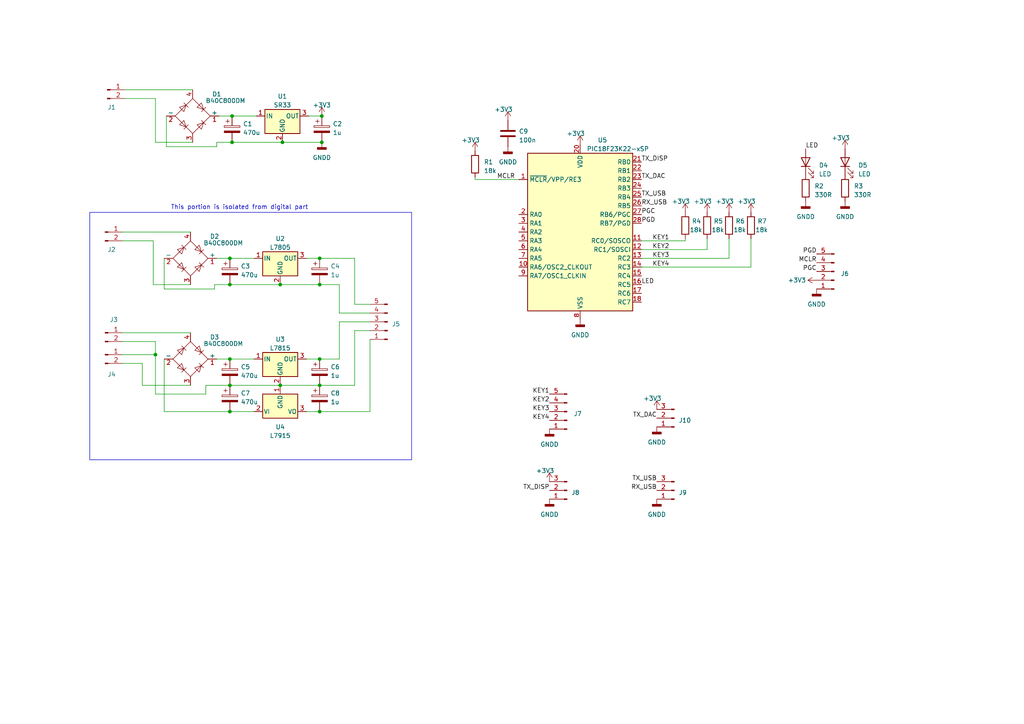
<source format=kicad_sch>
(kicad_sch (version 20230121) (generator eeschema)
  (paper "A4")
  (lib_symbols
    (symbol "Connector:Conn_01x02_Pin" (pin_names (offset 1.016) hide)
      (property "Reference" "J" (at 0 2.54 0))
      (property "Value" "Conn_01x02_Pin" (at 0 -5.08 0))
      (symbol "Conn_01x02_Pin_1_1"
        (polyline (pts (xy 1.27 -2.54) (xy 0.8636 -2.54)) (stroke (width 0.1524)))
        (polyline (pts (xy 1.27 0) (xy 0.8636 0)) (stroke (width 0.1524)))
        (rectangle (start 0.8636 -2.413) (end 0 -2.667) (stroke (width 0.1524)) (fill (type outline)))
        (rectangle (start 0.8636 0.127) (end 0 -0.127) (stroke (width 0.1524)) (fill (type outline)))
        (pin passive line (at 5.08 0 180) (length 3.81) (name "Pin_1") (number "1"))
        (pin passive line (at 5.08 -2.54 180) (length 3.81) (name "Pin_2") (number "2"))
      )
    )
    (symbol "Connector:Conn_01x03_Pin" (pin_names (offset 1.016) hide)
      (property "Reference" "J" (at 0 5.08 0))
      (property "Value" "Conn_01x03_Pin" (at 0 -5.08 0))
      (symbol "Conn_01x03_Pin_1_1"
        (polyline (pts (xy 1.27 -2.54) (xy 0.8636 -2.54)) (stroke (width 0.1524)))
        (polyline (pts (xy 1.27 0) (xy 0.8636 0)) (stroke (width 0.1524)))
        (polyline (pts (xy 1.27 2.54) (xy 0.8636 2.54)) (stroke (width 0.1524)))
        (rectangle (start 0.8636 -2.413) (end 0 -2.667) (stroke (width 0.1524)) (fill (type outline)))
        (rectangle (start 0.8636 0.127) (end 0 -0.127) (stroke (width 0.1524)) (fill (type outline)))
        (rectangle (start 0.8636 2.667) (end 0 2.413) (stroke (width 0.1524)) (fill (type outline)))
        (pin passive line (at 5.08 2.54 180) (length 3.81) (name "Pin_1") (number "1"))
        (pin passive line (at 5.08 0 180) (length 3.81) (name "Pin_2") (number "2"))
        (pin passive line (at 5.08 -2.54 180) (length 3.81) (name "Pin_3") (number "3"))
      )
    )
    (symbol "Connector:Conn_01x05_Pin" (pin_names (offset 1.016) hide)
      (property "Reference" "J" (at 0 7.62 0))
      (property "Value" "Conn_01x05_Pin" (at 0 -7.62 0))
      (symbol "Conn_01x05_Pin_1_1"
        (polyline (pts (xy 1.27 -5.08) (xy 0.8636 -5.08)) (stroke (width 0.1524)))
        (polyline (pts (xy 1.27 -2.54) (xy 0.8636 -2.54)) (stroke (width 0.1524)))
        (polyline (pts (xy 1.27 0) (xy 0.8636 0)) (stroke (width 0.1524)))
        (polyline (pts (xy 1.27 2.54) (xy 0.8636 2.54)) (stroke (width 0.1524)))
        (polyline (pts (xy 1.27 5.08) (xy 0.8636 5.08)) (stroke (width 0.1524)))
        (rectangle (start 0.8636 -4.953) (end 0 -5.207) (stroke (width 0.1524)) (fill (type outline)))
        (rectangle (start 0.8636 -2.413) (end 0 -2.667) (stroke (width 0.1524)) (fill (type outline)))
        (rectangle (start 0.8636 0.127) (end 0 -0.127) (stroke (width 0.1524)) (fill (type outline)))
        (rectangle (start 0.8636 2.667) (end 0 2.413) (stroke (width 0.1524)) (fill (type outline)))
        (rectangle (start 0.8636 5.207) (end 0 4.953) (stroke (width 0.1524)) (fill (type outline)))
        (pin passive line (at 5.08 5.08 180) (length 3.81) (name "Pin_1") (number "1"))
        (pin passive line (at 5.08 2.54 180) (length 3.81) (name "Pin_2") (number "2"))
        (pin passive line (at 5.08 0 180) (length 3.81) (name "Pin_3") (number "3"))
        (pin passive line (at 5.08 -2.54 180) (length 3.81) (name "Pin_4") (number "4"))
        (pin passive line (at 5.08 -5.08 180) (length 3.81) (name "Pin_5") (number "5"))
      )
    )
    (symbol "Device:C" (pin_numbers hide) (pin_names (offset 0.254))
      (property "Reference" "C" (at 0.635 2.54 0))
      (property "Value" "C" (at 0.635 -2.54 0))
      (symbol "C_0_1"
        (polyline (pts (xy -2.032 -0.762) (xy 2.032 -0.762)) (stroke (width 0.508)))
        (polyline (pts (xy -2.032 0.762) (xy 2.032 0.762)) (stroke (width 0.508)))
      )
      (symbol "C_1_1"
        (pin passive line (at 0 3.81 270) (length 2.794) (name "~") (number "1"))
        (pin passive line (at 0 -3.81 90) (length 2.794) (name "~") (number "2"))
      )
    )
    (symbol "Device:C_Polarized" (pin_numbers hide) (pin_names (offset 0.254))
      (property "Reference" "C" (at 0.635 2.54 0))
      (property "Value" "C_Polarized" (at 0.635 -2.54 0))
      (symbol "C_Polarized_0_1"
        (rectangle (start -2.286 0.508) (end 2.286 1.016))
        (polyline (pts (xy -1.778 2.286) (xy -0.762 2.286)))
        (polyline (pts (xy -1.27 2.794) (xy -1.27 1.778)))
        (rectangle (start 2.286 -0.508) (end -2.286 -1.016) (fill (type outline)))
      )
      (symbol "C_Polarized_1_1"
        (pin passive line (at 0 3.81 270) (length 2.794) (name "~") (number "1"))
        (pin passive line (at 0 -3.81 90) (length 2.794) (name "~") (number "2"))
      )
    )
    (symbol "Device:LED" (pin_numbers hide) (pin_names (offset 1.016) hide)
      (property "Reference" "D" (at 0 2.54 0))
      (property "Value" "LED" (at 0 -2.54 0))
      (symbol "LED_0_1"
        (polyline (pts (xy -1.27 -1.27) (xy -1.27 1.27)) (stroke (width 0.254)))
        (polyline (pts (xy -1.27 0) (xy 1.27 0)))
        (polyline (pts (xy 1.27 -1.27) (xy 1.27 1.27) (xy -1.27 0) (xy 1.27 -1.27)) (stroke (width 0.254)))
        (polyline (pts (xy -3.048 -0.762) (xy -4.572 -2.286) (xy -3.81 -2.286) (xy -4.572 -2.286) (xy -4.572 -1.524)))
        (polyline (pts (xy -1.778 -0.762) (xy -3.302 -2.286) (xy -2.54 -2.286) (xy -3.302 -2.286) (xy -3.302 -1.524)))
      )
      (symbol "LED_1_1"
        (pin passive line (at -3.81 0 0) (length 2.54) (name "K") (number "1"))
        (pin passive line (at 3.81 0 180) (length 2.54) (name "A") (number "2"))
      )
    )
    (symbol "Device:R" (pin_numbers hide) (pin_names (offset 0))
      (property "Reference" "R" (at 2.032 0 90))
      (property "Value" "R" (at 0 0 90))
      (symbol "R_0_1"
        (rectangle (start -1.016 -2.54) (end 1.016 2.54) (stroke (width 0.254)))
      )
      (symbol "R_1_1"
        (pin passive line (at 0 3.81 270) (length 1.27) (name "~") (number "1"))
        (pin passive line (at 0 -3.81 90) (length 1.27) (name "~") (number "2"))
      )
    )
    (symbol "Diode_Bridge:B40C800DM" (pin_names (offset 0))
      (property "Reference" "D" (at 2.54 6.985 0))
      (property "Value" "B40C800DM" (at 2.54 5.08 0))
      (symbol "B40C800DM_0_1"
        (polyline (pts (xy -2.54 3.81) (xy -1.27 2.54)))
        (polyline (pts (xy -1.27 -2.54) (xy -2.54 -3.81)))
        (polyline (pts (xy 2.54 -1.27) (xy 3.81 -2.54)))
        (polyline (pts (xy 2.54 1.27) (xy 3.81 2.54)))
        (polyline (pts (xy -3.81 2.54) (xy -2.54 1.27) (xy -1.905 3.175) (xy -3.81 2.54)))
        (polyline (pts (xy -2.54 -1.27) (xy -3.81 -2.54) (xy -1.905 -3.175) (xy -2.54 -1.27)))
        (polyline (pts (xy 1.27 2.54) (xy 2.54 3.81) (xy 3.175 1.905) (xy 1.27 2.54)))
        (polyline (pts (xy 3.175 -1.905) (xy 1.27 -2.54) (xy 2.54 -3.81) (xy 3.175 -1.905)))
        (polyline (pts (xy -5.08 0) (xy 0 -5.08) (xy 5.08 0) (xy 0 5.08) (xy -5.08 0)))
      )
      (symbol "B40C800DM_1_1"
        (pin passive line (at 7.62 0 180) (length 2.54) (name "+") (number "1"))
        (pin passive line (at -7.62 0 0) (length 2.54) (name "-") (number "2"))
        (pin passive line (at 0 -7.62 90) (length 2.54) (name "~") (number "3"))
        (pin passive line (at 0 7.62 270) (length 2.54) (name "~") (number "4"))
      )
    )
    (symbol "MCU_Microchip_PIC18:PIC18F23K22-xSP"
      (property "Reference" "U" (at -12.7 25.4 0))
      (property "Value" "PIC18F23K22-xSP" (at 12.7 25.4 0))
      (symbol "PIC18F23K22-xSP_1_1"
        (rectangle (start -15.24 22.86) (end 15.24 -22.86) (stroke (width 0.254)) (fill (type background)))
        (pin input line (at -17.78 15.24 0) (length 2.54) (name "~{MCLR}/VPP/RE3") (number "1"))
        (pin bidirectional line (at -17.78 -10.16 0) (length 2.54) (name "RA6/OSC2_CLKOUT") (number "10"))
        (pin bidirectional line (at 17.78 -2.54 180) (length 2.54) (name "RC0/SOSCO") (number "11"))
        (pin bidirectional line (at 17.78 -5.08 180) (length 2.54) (name "RC1/SOSCI") (number "12"))
        (pin bidirectional line (at 17.78 -7.62 180) (length 2.54) (name "RC2") (number "13"))
        (pin bidirectional line (at 17.78 -10.16 180) (length 2.54) (name "RC3") (number "14"))
        (pin bidirectional line (at 17.78 -12.7 180) (length 2.54) (name "RC4") (number "15"))
        (pin bidirectional line (at 17.78 -15.24 180) (length 2.54) (name "RC5") (number "16"))
        (pin bidirectional line (at 17.78 -17.78 180) (length 2.54) (name "RC6") (number "17"))
        (pin bidirectional line (at 17.78 -20.32 180) (length 2.54) (name "RC7") (number "18"))
        (pin passive line (at 0 -25.4 90) (length 2.54) hide (name "VSS") (number "19"))
        (pin bidirectional line (at -17.78 5.08 0) (length 2.54) (name "RA0") (number "2"))
        (pin power_in line (at 0 25.4 270) (length 2.54) (name "VDD") (number "20"))
        (pin bidirectional line (at 17.78 20.32 180) (length 2.54) (name "RB0") (number "21"))
        (pin bidirectional line (at 17.78 17.78 180) (length 2.54) (name "RB1") (number "22"))
        (pin bidirectional line (at 17.78 15.24 180) (length 2.54) (name "RB2") (number "23"))
        (pin bidirectional line (at 17.78 12.7 180) (length 2.54) (name "RB3") (number "24"))
        (pin bidirectional line (at 17.78 10.16 180) (length 2.54) (name "RB4") (number "25"))
        (pin bidirectional line (at 17.78 7.62 180) (length 2.54) (name "RB5") (number "26"))
        (pin bidirectional line (at 17.78 5.08 180) (length 2.54) (name "RB6/PGC") (number "27"))
        (pin bidirectional line (at 17.78 2.54 180) (length 2.54) (name "RB7/PGD") (number "28"))
        (pin bidirectional line (at -17.78 2.54 0) (length 2.54) (name "RA1") (number "3"))
        (pin bidirectional line (at -17.78 0 0) (length 2.54) (name "RA2") (number "4"))
        (pin bidirectional line (at -17.78 -2.54 0) (length 2.54) (name "RA3") (number "5"))
        (pin bidirectional line (at -17.78 -5.08 0) (length 2.54) (name "RA4") (number "6"))
        (pin bidirectional line (at -17.78 -7.62 0) (length 2.54) (name "RA5") (number "7"))
        (pin power_in line (at 0 -25.4 90) (length 2.54) (name "VSS") (number "8"))
        (pin bidirectional line (at -17.78 -12.7 0) (length 2.54) (name "RA7/OSC1_CLKIN") (number "9"))
      )
    )
    (symbol "Regulator_Linear:L7805" (pin_names (offset 0.254))
      (property "Reference" "U" (at -3.81 3.175 0))
      (property "Value" "L7805" (at 0 3.175 0))
      (symbol "L7805_0_1"
        (rectangle (start -5.08 1.905) (end 5.08 -5.08) (stroke (width 0.254)) (fill (type background)))
      )
      (symbol "L7805_1_1"
        (pin power_in line (at -7.62 0 0) (length 2.54) (name "IN") (number "1"))
        (pin power_in line (at 0 -7.62 90) (length 2.54) (name "GND") (number "2"))
        (pin power_out line (at 7.62 0 180) (length 2.54) (name "OUT") (number "3"))
      )
    )
    (symbol "Regulator_Linear:L7915" (pin_names (offset 0.254))
      (property "Reference" "U" (at -3.81 -3.175 0))
      (property "Value" "L7915" (at 0 -3.175 0))
      (symbol "L7915_0_1"
        (rectangle (start -5.08 5.08) (end 5.08 -1.905) (stroke (width 0.254)) (fill (type background)))
      )
      (symbol "L7915_1_1"
        (pin power_in line (at 0 7.62 270) (length 2.54) (name "GND") (number "1"))
        (pin power_in line (at -7.62 0 0) (length 2.54) (name "VI") (number "2"))
        (pin power_out line (at 7.62 0 180) (length 2.54) (name "VO") (number "3"))
      )
    )
    (symbol "power:+3V3" (power) (pin_names (offset 0))
      (property "Value" "+3V3" (at 0 3.556 0))
      (symbol "+3V3_0_1"
        (polyline (pts (xy -0.762 1.27) (xy 0 2.54)))
        (polyline (pts (xy 0 0) (xy 0 2.54)))
        (polyline (pts (xy 0 2.54) (xy 0.762 1.27)))
      )
      (symbol "+3V3_1_1"
        (pin power_in line (at 0 0 90) (length 0) hide (name "+3V3") (number "1"))
      )
    )
    (symbol "power:GNDD" (power) (pin_names (offset 0))
      (property "Value" "GNDD" (at 0 -3.175 0))
      (symbol "GNDD_0_1"
        (rectangle (start -1.27 -1.524) (end 1.27 -2.032) (stroke (width 0.254)) (fill (type outline)))
        (polyline (pts (xy 0 0) (xy 0 -1.524)))
      )
      (symbol "GNDD_1_1"
        (pin power_in line (at 0 0 270) (length 0) hide (name "GNDD") (number "1"))
      )
    )
  )
  (junction (at 92.71 74.93))
  (junction (at 66.675 104.14))
  (junction (at 66.675 111.76))
  (junction (at 92.71 111.76))
  (junction (at 67.31 41.275))
  (junction (at 67.31 33.655))
  (junction (at 93.345 41.275))
  (junction (at 92.71 119.38))
  (junction (at 66.675 74.93))
  (junction (at 81.28 111.76))
  (junction (at 66.675 119.38))
  (junction (at 81.915 41.275))
  (junction (at 92.71 104.14))
  (junction (at 93.345 33.655))
  (junction (at 66.675 82.55))
  (junction (at 81.28 82.55))
  (junction (at 45.085 102.87))
  (junction (at 92.71 82.55))
  (wire (pts (xy 88.9 74.93) (xy 92.71 74.93)))
  (wire (pts (xy 45.085 41.275) (xy 45.085 28.575)))
  (wire (pts (xy 198.755 69.215) (xy 198.755 69.85)))
  (wire (pts (xy 107.315 98.425) (xy 107.315 119.38)))
  (wire (pts (xy 62.865 42.545) (xy 62.865 41.275)))
  (wire (pts (xy 205.105 69.215) (xy 205.105 72.39)))
  (wire (pts (xy 55.245 67.31) (xy 35.56 67.31)))
  (wire (pts (xy 102.87 88.265) (xy 102.87 74.93)))
  (wire (pts (xy 81.915 41.275) (xy 93.345 41.275)))
  (wire (pts (xy 92.71 119.38) (xy 107.315 119.38)))
  (wire (pts (xy 98.425 93.345) (xy 98.425 104.14)))
  (wire (pts (xy 89.535 33.655) (xy 93.345 33.655)))
  (wire (pts (xy 47.625 119.38) (xy 47.625 104.14)))
  (wire (pts (xy 102.87 74.93) (xy 92.71 74.93)))
  (wire (pts (xy 66.675 74.93) (xy 73.66 74.93)))
  (wire (pts (xy 81.28 82.55) (xy 92.71 82.55)))
  (wire (pts (xy 81.28 111.76) (xy 92.71 111.76)))
  (wire (pts (xy 62.865 41.275) (xy 67.31 41.275)))
  (wire (pts (xy 62.23 82.55) (xy 66.675 82.55)))
  (wire (pts (xy 45.085 99.06) (xy 45.085 102.87)))
  (wire (pts (xy 47.625 74.93) (xy 47.625 83.82)))
  (wire (pts (xy 35.56 99.06) (xy 45.085 99.06)))
  (wire (pts (xy 88.9 104.14) (xy 92.71 104.14)))
  (wire (pts (xy 66.675 119.38) (xy 47.625 119.38)))
  (wire (pts (xy 55.245 96.52) (xy 35.56 96.52)))
  (wire (pts (xy 217.805 69.215) (xy 217.805 77.47)))
  (wire (pts (xy 63.5 33.655) (xy 67.31 33.655)))
  (wire (pts (xy 55.88 41.275) (xy 45.085 41.275)))
  (wire (pts (xy 66.675 104.14) (xy 73.66 104.14)))
  (wire (pts (xy 44.45 82.55) (xy 44.45 69.85)))
  (wire (pts (xy 211.455 69.215) (xy 211.455 74.93)))
  (wire (pts (xy 62.23 83.82) (xy 62.23 82.55)))
  (wire (pts (xy 186.055 77.47) (xy 217.805 77.47)))
  (wire (pts (xy 186.055 74.93) (xy 211.455 74.93)))
  (wire (pts (xy 98.425 82.55) (xy 92.71 82.55)))
  (wire (pts (xy 137.795 52.07) (xy 137.795 51.435)))
  (wire (pts (xy 66.675 82.55) (xy 81.28 82.55)))
  (wire (pts (xy 55.88 26.035) (xy 36.195 26.035)))
  (wire (pts (xy 59.69 111.76) (xy 66.675 111.76)))
  (wire (pts (xy 98.425 90.805) (xy 98.425 82.55)))
  (wire (pts (xy 67.31 33.655) (xy 74.295 33.655)))
  (wire (pts (xy 45.085 102.87) (xy 45.085 114.3)))
  (wire (pts (xy 47.625 83.82) (xy 62.23 83.82)))
  (wire (pts (xy 62.865 74.93) (xy 66.675 74.93)))
  (wire (pts (xy 59.69 114.3) (xy 59.69 111.76)))
  (wire (pts (xy 88.9 119.38) (xy 92.71 119.38)))
  (wire (pts (xy 45.085 114.3) (xy 59.69 114.3)))
  (wire (pts (xy 107.315 90.805) (xy 98.425 90.805)))
  (wire (pts (xy 66.675 111.76) (xy 81.28 111.76)))
  (wire (pts (xy 150.495 52.07) (xy 137.795 52.07)))
  (wire (pts (xy 35.56 102.87) (xy 45.085 102.87)))
  (wire (pts (xy 55.245 111.76) (xy 41.275 111.76)))
  (wire (pts (xy 102.87 95.885) (xy 102.87 111.76)))
  (wire (pts (xy 102.87 88.265) (xy 107.315 88.265)))
  (wire (pts (xy 45.085 28.575) (xy 36.195 28.575)))
  (wire (pts (xy 67.31 41.275) (xy 81.915 41.275)))
  (wire (pts (xy 55.245 82.55) (xy 44.45 82.55)))
  (wire (pts (xy 107.315 95.885) (xy 102.87 95.885)))
  (wire (pts (xy 66.675 119.38) (xy 73.66 119.38)))
  (wire (pts (xy 48.26 42.545) (xy 62.865 42.545)))
  (wire (pts (xy 107.315 93.345) (xy 98.425 93.345)))
  (wire (pts (xy 48.26 33.655) (xy 48.26 42.545)))
  (wire (pts (xy 41.275 105.41) (xy 35.56 105.41)))
  (wire (pts (xy 41.275 111.76) (xy 41.275 105.41)))
  (wire (pts (xy 186.055 72.39) (xy 205.105 72.39)))
  (wire (pts (xy 98.425 104.14) (xy 92.71 104.14)))
  (wire (pts (xy 62.865 104.14) (xy 66.675 104.14)))
  (wire (pts (xy 102.87 111.76) (xy 92.71 111.76)))
  (wire (pts (xy 186.055 69.85) (xy 198.755 69.85)))
  (wire (pts (xy 44.45 69.85) (xy 35.56 69.85)))
  (rectangle (start 26.035 61.595) (end 119.38 133.35))
  (text "This portion is isolated from digital part" (at 49.53 60.96 0) (effects (font (size 1.27 1.27)) (justify left bottom)))
  (label "KEY1" (at 159.385 114.3 180))
  (label "PGC" (at 186.055 62.23 0))
  (label "TX_USB" (at 186.055 57.15 0))
  (label "PGC" (at 236.855 78.74 180))
  (label "TX_DISP" (at 186.055 46.99 0))
  (label "KEY3" (at 159.385 119.38 180))
  (label "PGD" (at 186.055 64.77 0))
  (label "RX_USB" (at 190.5 142.24 180))
  (label "KEY1" (at 189.23 69.85 0))
  (label "KEY2" (at 189.23 72.39 0))
  (label "LED" (at 186.055 82.55 0))
  (label "KEY3" (at 189.23 74.93 0))
  (label "MCLR" (at 236.855 76.2 180))
  (label "KEY2" (at 159.385 116.84 180))
  (label "RX_USB" (at 186.055 59.69 0))
  (label "LED" (at 233.68 43.18 0))
  (label "MCLR" (at 144.145 52.07 0))
  (label "KEY4" (at 189.23 77.47 0))
  (label "TX_DISP" (at 159.385 142.24 180))
  (label "TX_USB" (at 190.5 139.7 180))
  (label "KEY4" (at 159.385 121.92 180))
  (label "TX_DAC" (at 186.055 52.07 0))
  (label "TX_DAC" (at 190.5 121.285 180))
  (label "PGD" (at 236.855 73.66 180))
  (symbol (lib_id "Device:R") (at 198.755 65.405 0) (unit 1)
    (property "Reference" "R4" (at 200.66 64.135 0) (effects (justify left)))
    (property "Value" "18k" (at 200.025 66.675 0) (effects (justify left)))
  )
  (symbol (lib_id "Regulator_Linear:L7805") (at 81.28 104.14 0) (unit 1)
    (property "Reference" "U3" (at 81.28 98.425 0))
    (property "Value" "L7815" (at 81.28 100.965 0))
    (property "Datasheet" "http://www.st.com/content/ccc/resource/technical/document/datasheet/41/4f/b3/b0/12/d4/47/88/CD00000444.pdf/files/CD00000444.pdf/jcr:content/translations/en.CD00000444.pdf" (effects hide))
  )
  (symbol (lib_id "power:GNDD") (at 233.68 58.42 0) (unit 1)
    (property "Reference" "#PWR08" (effects hide))
    (property "Value" "GNDD" (at 233.68 62.865 0))
  )
  (symbol (lib_id "Diode_Bridge:B40C800DM") (at 55.245 74.93 0) (unit 1)
    (property "Reference" "D2" (at 62.23 68.58 0))
    (property "Value" "B40C800DM" (at 64.77 70.485 0))
    (property "Footprint" "Diode_THT:Diode_Bridge_DIP-4_W7.62mm_P5.08mm" (effects hide))
    (property "Datasheet" "https://www.vishay.com/docs/88533/800dm.pdf" (effects hide))
  )
  (symbol (lib_id "Connector:Conn_01x02_Pin") (at 30.48 67.31 0) (unit 1)
    (property "Reference" "J2" (at 32.385 72.39 0))
    (property "Value" "Conn_01x02_Pin" (effects hide))
  )
  (symbol (lib_id "Device:LED") (at 233.68 46.99 90) (unit 1)
    (property "Reference" "D4" (at 237.49 47.9425 90) (effects (justify right)))
    (property "Value" "LED" (at 237.49 50.4825 90) (effects (justify right)))
  )
  (symbol (lib_id "power:GNDD") (at 159.385 144.78 0) (unit 1)
    (property "Reference" "#PWR018" (effects hide))
    (property "Value" "GNDD" (at 159.385 149.225 0))
  )
  (symbol (lib_id "Device:C_Polarized") (at 66.675 78.74 0) (unit 1)
    (property "Reference" "C3" (at 69.85 77.216 0) (effects (justify left)))
    (property "Value" "470u" (at 69.85 79.756 0) (effects (justify left)))
  )
  (symbol (lib_id "Connector:Conn_01x02_Pin") (at 30.48 102.87 0) (unit 1)
    (property "Reference" "J4" (at 32.385 108.585 0))
    (property "Value" "Conn_01x02_Pin" (effects hide))
  )
  (symbol (lib_id "Device:R") (at 137.795 47.625 0) (unit 1)
    (property "Reference" "R1" (at 140.335 46.99 0) (effects (justify left)))
    (property "Value" "18k" (at 140.335 49.53 0) (effects (justify left)))
  )
  (symbol (lib_id "power:+3V3") (at 198.755 61.595 0) (unit 1)
    (property "Reference" "#PWR014" (effects hide))
    (property "Value" "+3V3" (at 197.485 58.42 0))
  )
  (symbol (lib_id "power:+3V3") (at 217.805 61.595 0) (unit 1)
    (property "Reference" "#PWR017" (effects hide))
    (property "Value" "+3V3" (at 216.535 58.42 0))
  )
  (symbol (lib_id "Device:C_Polarized") (at 93.345 37.465 0) (unit 1)
    (property "Reference" "C2" (at 96.52 35.941 0) (effects (justify left)))
    (property "Value" "1u" (at 96.52 38.481 0) (effects (justify left)))
  )
  (symbol (lib_id "power:GNDD") (at 147.32 42.545 0) (unit 1)
    (property "Reference" "#PWR06" (effects hide))
    (property "Value" "GNDD" (at 147.32 46.99 0))
  )
  (symbol (lib_id "power:GNDD") (at 190.5 123.825 0) (unit 1)
    (property "Reference" "#PWR021" (effects hide))
    (property "Value" "GNDD" (at 190.5 128.27 0))
  )
  (symbol (lib_id "Device:C_Polarized") (at 66.675 115.57 0) (unit 1)
    (property "Reference" "C7" (at 69.85 114.046 0) (effects (justify left)))
    (property "Value" "470u" (at 69.85 116.586 0) (effects (justify left)))
  )
  (symbol (lib_id "Connector:Conn_01x05_Pin") (at 112.395 93.345 180) (unit 1)
    (property "Reference" "J5" (at 113.665 93.98 0) (effects (justify right)))
    (property "Value" "Conn_01x05_Pin" (effects hide))
  )
  (symbol (lib_id "Device:C_Polarized") (at 66.675 107.95 0) (unit 1)
    (property "Reference" "C5" (at 69.85 106.426 0) (effects (justify left)))
    (property "Value" "470u" (at 69.85 108.966 0) (effects (justify left)))
  )
  (symbol (lib_id "Device:R") (at 233.68 54.61 0) (unit 1)
    (property "Reference" "R2" (at 236.22 53.975 0) (effects (justify left)))
    (property "Value" "330R" (at 236.22 56.515 0) (effects (justify left)))
  )
  (symbol (lib_id "Device:LED") (at 245.11 46.99 90) (unit 1)
    (property "Reference" "D5" (at 248.92 47.9425 90) (effects (justify right)))
    (property "Value" "LED" (at 248.92 50.4825 90) (effects (justify right)))
  )
  (symbol (lib_id "MCU_Microchip_PIC18:PIC18F23K22-xSP") (at 168.275 67.31 0) (unit 1)
    (property "Reference" "U5" (at 173.355 40.64 0) (effects (justify left)))
    (property "Value" "PIC18F23K22-xSP" (at 170.18 43.18 0) (effects (justify left)))
    (property "Footprint" "Package_DIP:DIP-28_W7.62mm" (effects hide))
    (property "Datasheet" "http://ww1.microchip.com/downloads/en/DeviceDoc/40001412G.pdf" (effects hide))
  )
  (symbol (lib_id "Device:R") (at 245.11 54.61 0) (unit 1)
    (property "Reference" "R3" (at 247.65 53.975 0) (effects (justify left)))
    (property "Value" "330R" (at 247.65 56.515 0) (effects (justify left)))
  )
  (symbol (lib_id "Regulator_Linear:L7805") (at 81.28 74.93 0) (unit 1)
    (property "Reference" "U2" (at 81.28 69.215 0))
    (property "Value" "L7805" (at 81.28 71.755 0))
    (property "Datasheet" "http://www.st.com/content/ccc/resource/technical/document/datasheet/41/4f/b3/b0/12/d4/47/88/CD00000444.pdf/files/CD00000444.pdf/jcr:content/translations/en.CD00000444.pdf" (effects hide))
  )
  (symbol (lib_id "Device:C_Polarized") (at 92.71 78.74 0) (unit 1)
    (property "Reference" "C4" (at 95.885 77.216 0) (effects (justify left)))
    (property "Value" "1u" (at 95.885 79.756 0) (effects (justify left)))
  )
  (symbol (lib_id "power:+3V3") (at 159.385 139.7 0) (unit 1)
    (property "Reference" "#PWR019" (effects hide))
    (property "Value" "+3V3" (at 158.115 136.525 0))
  )
  (symbol (lib_id "Device:R") (at 217.805 65.405 0) (unit 1)
    (property "Reference" "R7" (at 219.71 64.135 0) (effects (justify left)))
    (property "Value" "18k" (at 219.075 66.675 0) (effects (justify left)))
  )
  (symbol (lib_id "power:GNDD") (at 93.345 41.275 0) (unit 1)
    (property "Reference" "#PWR01" (effects hide))
    (property "Value" "GNDD" (at 93.345 45.72 0))
  )
  (symbol (lib_id "Device:C_Polarized") (at 67.31 37.465 0) (unit 1)
    (property "Reference" "C1" (at 70.485 35.941 0) (effects (justify left)))
    (property "Value" "470u" (at 70.485 38.481 0) (effects (justify left)))
  )
  (symbol (lib_id "Regulator_Linear:L7805") (at 81.915 33.655 0) (unit 1)
    (property "Reference" "U1" (at 81.915 27.94 0))
    (property "Value" "SR33" (at 81.915 30.48 0))
    (property "Datasheet" "http://www.st.com/content/ccc/resource/technical/document/datasheet/41/4f/b3/b0/12/d4/47/88/CD00000444.pdf/files/CD00000444.pdf/jcr:content/translations/en.CD00000444.pdf" (effects hide))
  )
  (symbol (lib_id "Device:R") (at 205.105 65.405 0) (unit 1)
    (property "Reference" "R5" (at 207.01 64.135 0) (effects (justify left)))
    (property "Value" "18k" (at 206.375 66.675 0) (effects (justify left)))
  )
  (symbol (lib_id "power:+3V3") (at 245.11 43.18 0) (unit 1)
    (property "Reference" "#PWR010" (effects hide))
    (property "Value" "+3V3" (at 243.84 40.005 0))
  )
  (symbol (lib_id "power:+3V3") (at 211.455 61.595 0) (unit 1)
    (property "Reference" "#PWR016" (effects hide))
    (property "Value" "+3V3" (at 210.185 58.42 0))
  )
  (symbol (lib_id "power:GNDD") (at 159.385 124.46 0) (unit 1)
    (property "Reference" "#PWR013" (effects hide))
    (property "Value" "GNDD" (at 159.385 128.905 0))
  )
  (symbol (lib_id "Device:C_Polarized") (at 92.71 115.57 0) (unit 1)
    (property "Reference" "C8" (at 95.885 114.046 0) (effects (justify left)))
    (property "Value" "1u" (at 95.885 116.586 0) (effects (justify left)))
  )
  (symbol (lib_id "Connector:Conn_01x03_Pin") (at 195.58 142.24 180) (unit 1)
    (property "Reference" "J9" (at 196.85 142.875 0) (effects (justify right)))
    (property "Value" "Conn_01x03_Pin" (effects hide))
  )
  (symbol (lib_id "Device:C_Polarized") (at 92.71 107.95 0) (unit 1)
    (property "Reference" "C6" (at 95.885 106.426 0) (effects (justify left)))
    (property "Value" "1u" (at 95.885 108.966 0) (effects (justify left)))
  )
  (symbol (lib_id "Connector:Conn_01x03_Pin") (at 164.465 142.24 180) (unit 1)
    (property "Reference" "J8" (at 165.735 142.875 0) (effects (justify right)))
    (property "Value" "Conn_01x03_Pin" (effects hide))
  )
  (symbol (lib_id "Connector:Conn_01x03_Pin") (at 195.58 121.285 180) (unit 1)
    (property "Reference" "J10" (at 196.85 121.92 0) (effects (justify right)))
    (property "Value" "Conn_01x03_Pin" (effects hide))
  )
  (symbol (lib_id "power:+3V3") (at 93.345 33.655 0) (unit 1)
    (property "Reference" "#PWR02" (effects hide))
    (property "Value" "+3V3" (at 93.345 30.48 0))
  )
  (symbol (lib_id "power:+3V3") (at 137.795 43.815 0) (unit 1)
    (property "Reference" "#PWR07" (effects hide))
    (property "Value" "+3V3" (at 136.525 40.64 0))
  )
  (symbol (lib_id "power:+3V3") (at 168.275 41.91 0) (unit 1)
    (property "Reference" "#PWR03" (effects hide))
    (property "Value" "+3V3" (at 167.005 38.735 0))
  )
  (symbol (lib_id "Diode_Bridge:B40C800DM") (at 55.88 33.655 0) (unit 1)
    (property "Reference" "D1" (at 62.865 27.305 0))
    (property "Value" "B40C800DM" (at 65.405 29.21 0))
    (property "Footprint" "Diode_THT:Diode_Bridge_DIP-4_W7.62mm_P5.08mm" (effects hide))
    (property "Datasheet" "https://www.vishay.com/docs/88533/800dm.pdf" (effects hide))
  )
  (symbol (lib_id "Connector:Conn_01x05_Pin") (at 164.465 119.38 180) (unit 1)
    (property "Reference" "J7" (at 166.37 120.015 0) (effects (justify right)))
    (property "Value" "Conn_01x05_Pin" (effects hide))
  )
  (symbol (lib_id "power:+3V3") (at 236.855 81.28 90) (unit 1)
    (property "Reference" "#PWR012" (effects hide))
    (property "Value" "+3V3" (at 231.14 81.28 90))
  )
  (symbol (lib_id "Device:C") (at 147.32 38.735 0) (unit 1)
    (property "Reference" "C9" (at 150.495 38.1 0) (effects (justify left)))
    (property "Value" "100n" (at 150.495 40.64 0) (effects (justify left)))
  )
  (symbol (lib_id "Connector:Conn_01x02_Pin") (at 30.48 96.52 0) (unit 1)
    (property "Reference" "J3" (at 33.02 92.71 0))
    (property "Value" "Conn_01x02_Pin" (effects hide))
  )
  (symbol (lib_id "power:+3V3") (at 190.5 118.745 0) (unit 1)
    (property "Reference" "#PWR020" (effects hide))
    (property "Value" "+3V3" (at 189.23 115.57 0))
  )
  (symbol (lib_id "power:GNDD") (at 168.275 92.71 0) (unit 1)
    (property "Reference" "#PWR04" (effects hide))
    (property "Value" "GNDD" (at 168.275 97.155 0))
  )
  (symbol (lib_id "power:+3V3") (at 205.105 61.595 0) (unit 1)
    (property "Reference" "#PWR015" (effects hide))
    (property "Value" "+3V3" (at 203.835 58.42 0))
  )
  (symbol (lib_id "Connector:Conn_01x05_Pin") (at 241.935 78.74 180) (unit 1)
    (property "Reference" "J6" (at 243.84 79.375 0) (effects (justify right)))
    (property "Value" "Conn_01x05_Pin" (effects hide))
  )
  (symbol (lib_id "power:GNDD") (at 245.11 58.42 0) (unit 1)
    (property "Reference" "#PWR09" (effects hide))
    (property "Value" "GNDD" (at 245.11 62.865 0))
  )
  (symbol (lib_id "power:GNDD") (at 190.5 144.78 0) (unit 1)
    (property "Reference" "#PWR022" (effects hide))
    (property "Value" "GNDD" (at 190.5 149.225 0))
  )
  (symbol (lib_id "Device:R") (at 211.455 65.405 0) (unit 1)
    (property "Reference" "R6" (at 213.36 64.135 0) (effects (justify left)))
    (property "Value" "18k" (at 212.725 66.675 0) (effects (justify left)))
  )
  (symbol (lib_id "power:GNDD") (at 236.855 83.82 0) (unit 1)
    (property "Reference" "#PWR011" (effects hide))
    (property "Value" "GNDD" (at 236.855 88.265 0))
  )
  (symbol (lib_id "Connector:Conn_01x02_Pin") (at 31.115 26.035 0) (unit 1)
    (property "Reference" "J1" (at 32.385 31.115 0))
    (property "Value" "Conn_01x02_Pin" (effects hide))
  )
  (symbol (lib_id "Diode_Bridge:B40C800DM") (at 55.245 104.14 0) (unit 1)
    (property "Reference" "D3" (at 62.23 97.79 0))
    (property "Value" "B40C800DM" (at 64.77 99.695 0))
    (property "Footprint" "Diode_THT:Diode_Bridge_DIP-4_W7.62mm_P5.08mm" (effects hide))
    (property "Datasheet" "https://www.vishay.com/docs/88533/800dm.pdf" (effects hide))
  )
  (symbol (lib_id "power:+3V3") (at 147.32 34.925 0) (unit 1)
    (property "Reference" "#PWR05" (effects hide))
    (property "Value" "+3V3" (at 146.05 31.75 0))
  )
  (symbol (lib_id "Regulator_Linear:L7915") (at 81.28 119.38 0) (unit 1)
    (property "Reference" "U4" (at 81.28 123.825 0))
    (property "Value" "L7915" (at 81.28 126.365 0))
    (property "Datasheet" "http://www.st.com/content/ccc/resource/technical/document/datasheet/c9/16/86/41/c7/2b/45/f2/CD00000450.pdf/files/CD00000450.pdf/jcr:content/translations/en.CD00000450.pdf" (effects hide))
  )
)
</source>
